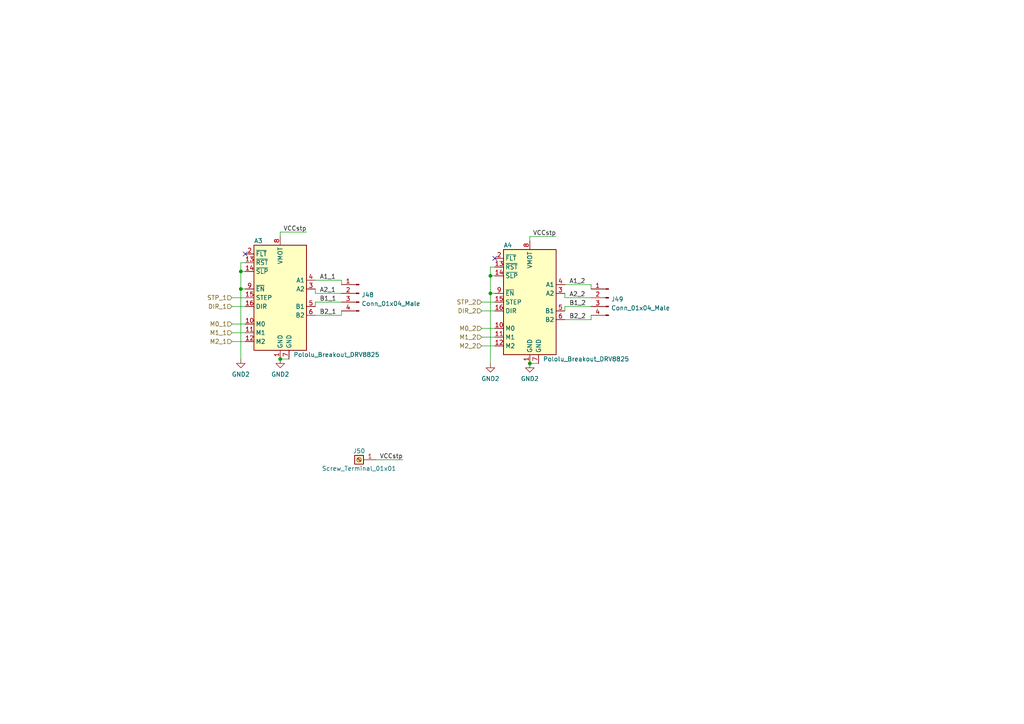
<source format=kicad_sch>
(kicad_sch (version 20211123) (generator eeschema)
  (paper "A4")
  (lib_symbols
    (symbol "Connector:Conn_01x04_Male" (pin_names (offset 1.016) hide)
      (property "Reference" "J" (at 0 5.08 0))
      (property "Value" "Conn_01x04_Male" (at 0 -7.62 0))
      (symbol "Conn_01x04_Male_1_1"
        (polyline (pts (xy 1.27 -5.08) (xy 0.8636 -5.08)) (stroke (width 0.1524)))
        (polyline (pts (xy 1.27 -2.54) (xy 0.8636 -2.54)) (stroke (width 0.1524)))
        (polyline (pts (xy 1.27 0) (xy 0.8636 0)) (stroke (width 0.1524)))
        (polyline (pts (xy 1.27 2.54) (xy 0.8636 2.54)) (stroke (width 0.1524)))
        (rectangle (start 0.8636 -4.953) (end 0 -5.207) (stroke (width 0.1524)) (fill (type outline)))
        (rectangle (start 0.8636 -2.413) (end 0 -2.667) (stroke (width 0.1524)) (fill (type outline)))
        (rectangle (start 0.8636 0.127) (end 0 -0.127) (stroke (width 0.1524)) (fill (type outline)))
        (rectangle (start 0.8636 2.667) (end 0 2.413) (stroke (width 0.1524)) (fill (type outline)))
        (pin passive line (at 5.08 2.54 180) (length 3.81) (name "Pin_1") (number "1"))
        (pin passive line (at 5.08 0 180) (length 3.81) (name "Pin_2") (number "2"))
        (pin passive line (at 5.08 -2.54 180) (length 3.81) (name "Pin_3") (number "3"))
        (pin passive line (at 5.08 -5.08 180) (length 3.81) (name "Pin_4") (number "4"))
      )
    )
    (symbol "Connector:Screw_Terminal_01x01" (pin_names (offset 1.016) hide)
      (property "Reference" "J" (at 0 2.54 0))
      (property "Value" "Screw_Terminal_01x01" (at 0 -2.54 0))
      (symbol "Screw_Terminal_01x01_1_1"
        (rectangle (start -1.27 1.27) (end 1.27 -1.27) (stroke (width 0.254)) (fill (type background)))
        (polyline (pts (xy -0.5334 0.3302) (xy 0.3302 -0.508)) (stroke (width 0.1524)))
        (polyline (pts (xy -0.3556 0.508) (xy 0.508 -0.3302)) (stroke (width 0.1524)))
        (circle (center 0 0) (radius 0.635) (stroke (width 0.1524)))
        (pin passive line (at -5.08 0 0) (length 3.81) (name "Pin_1") (number "1"))
      )
    )
    (symbol "Driver_Motor:Pololu_Breakout_DRV8825"
      (property "Reference" "A" (at -2.54 16.51 0))
      (property "Value" "Pololu_Breakout_DRV8825" (at -2.54 13.97 0))
      (symbol "Pololu_Breakout_DRV8825_0_1"
        (rectangle (start 7.62 -17.78) (end -7.62 12.7) (stroke (width 0.254)) (fill (type background)))
      )
      (symbol "Pololu_Breakout_DRV8825_1_1"
        (pin power_in line (at 0 -20.32 90) (length 2.54) (name "GND") (number "1"))
        (pin input line (at -10.16 -10.16 0) (length 2.54) (name "M0") (number "10"))
        (pin input line (at -10.16 -12.7 0) (length 2.54) (name "M1") (number "11"))
        (pin input line (at -10.16 -15.24 0) (length 2.54) (name "M2") (number "12"))
        (pin input line (at -10.16 7.62 0) (length 2.54) (name "~{RST}") (number "13"))
        (pin input line (at -10.16 5.08 0) (length 2.54) (name "~{SLP}") (number "14"))
        (pin input line (at -10.16 -2.54 0) (length 2.54) (name "STEP") (number "15"))
        (pin input line (at -10.16 -5.08 0) (length 2.54) (name "DIR") (number "16"))
        (pin output line (at -10.16 10.16 0) (length 2.54) (name "~{FLT}") (number "2"))
        (pin output line (at 10.16 0 180) (length 2.54) (name "A2") (number "3"))
        (pin output line (at 10.16 2.54 180) (length 2.54) (name "A1") (number "4"))
        (pin output line (at 10.16 -5.08 180) (length 2.54) (name "B1") (number "5"))
        (pin output line (at 10.16 -7.62 180) (length 2.54) (name "B2") (number "6"))
        (pin power_in line (at 2.54 -20.32 90) (length 2.54) (name "GND") (number "7"))
        (pin power_in line (at 0 15.24 270) (length 2.54) (name "VMOT") (number "8"))
        (pin input line (at -10.16 0 0) (length 2.54) (name "~{EN}") (number "9"))
      )
    )
    (symbol "power:GND2" (power) (pin_names (offset 0))
      (property "Value" "GND2" (at 0 -3.81 0))
      (symbol "GND2_0_1"
        (polyline (pts (xy 0 0) (xy 0 -1.27) (xy 1.27 -1.27) (xy 0 -2.54) (xy -1.27 -1.27) (xy 0 -1.27)))
      )
      (symbol "GND2_1_1"
        (pin power_in line (at 0 0 270) (length 0) hide (name "GND2") (number "1"))
      )
    )
  )
  (junction (at 142.24 85.09))
  (junction (at 142.24 80.01))
  (junction (at 69.85 78.74))
  (junction (at 81.28 104.14))
  (junction (at 69.85 83.82))
  (junction (at 153.67 105.41))
  (no_connect (at 143.51 74.93))
  (no_connect (at 71.12 73.66))
  (wire (pts (xy 69.85 76.2) (xy 71.12 76.2)))
  (wire (pts (xy 142.24 105.41) (xy 142.24 85.09)))
  (wire (pts (xy 139.7 87.63) (xy 143.51 87.63)))
  (wire (pts (xy 139.7 97.79) (xy 143.51 97.79)))
  (wire (pts (xy 153.67 105.41) (xy 156.21 105.41)))
  (wire (pts (xy 67.31 99.06) (xy 71.12 99.06)))
  (wire (pts (xy 171.45 92.71) (xy 171.45 91.44)))
  (wire (pts (xy 163.83 82.55) (xy 171.45 82.55)))
  (wire (pts (xy 171.45 88.9) (xy 163.83 88.9)))
  (wire (pts (xy 67.31 86.36) (xy 71.12 86.36)))
  (wire (pts (xy 109.22 133.35) (xy 116.84 133.35)))
  (wire (pts (xy 171.45 86.36) (xy 163.83 86.36)))
  (wire (pts (xy 67.31 96.52) (xy 71.12 96.52)))
  (wire (pts (xy 69.85 104.14) (xy 69.85 83.82)))
  (wire (pts (xy 67.31 88.9) (xy 71.12 88.9)))
  (wire (pts (xy 142.24 80.01) (xy 143.51 80.01)))
  (wire (pts (xy 99.06 85.09) (xy 91.44 85.09)))
  (wire (pts (xy 69.85 83.82) (xy 71.12 83.82)))
  (wire (pts (xy 139.7 100.33) (xy 143.51 100.33)))
  (wire (pts (xy 139.7 95.25) (xy 143.51 95.25)))
  (wire (pts (xy 67.31 93.98) (xy 71.12 93.98)))
  (wire (pts (xy 99.06 91.44) (xy 99.06 90.17)))
  (wire (pts (xy 88.9 67.31) (xy 81.28 67.31)))
  (wire (pts (xy 139.7 90.17) (xy 143.51 90.17)))
  (wire (pts (xy 163.83 92.71) (xy 171.45 92.71)))
  (wire (pts (xy 142.24 80.01) (xy 142.24 77.47)))
  (wire (pts (xy 91.44 91.44) (xy 99.06 91.44)))
  (wire (pts (xy 99.06 87.63) (xy 91.44 87.63)))
  (wire (pts (xy 163.83 88.9) (xy 163.83 90.17)))
  (wire (pts (xy 69.85 78.74) (xy 71.12 78.74)))
  (wire (pts (xy 142.24 85.09) (xy 142.24 80.01)))
  (wire (pts (xy 81.28 104.14) (xy 83.82 104.14)))
  (wire (pts (xy 142.24 77.47) (xy 143.51 77.47)))
  (wire (pts (xy 142.24 85.09) (xy 143.51 85.09)))
  (wire (pts (xy 163.83 86.36) (xy 163.83 85.09)))
  (wire (pts (xy 91.44 85.09) (xy 91.44 83.82)))
  (wire (pts (xy 81.28 67.31) (xy 81.28 68.58)))
  (wire (pts (xy 91.44 87.63) (xy 91.44 88.9)))
  (wire (pts (xy 69.85 83.82) (xy 69.85 78.74)))
  (wire (pts (xy 171.45 83.82) (xy 171.45 82.55)))
  (wire (pts (xy 91.44 81.28) (xy 99.06 81.28)))
  (wire (pts (xy 99.06 82.55) (xy 99.06 81.28)))
  (wire (pts (xy 153.67 68.58) (xy 153.67 69.85)))
  (wire (pts (xy 69.85 78.74) (xy 69.85 76.2)))
  (wire (pts (xy 161.29 68.58) (xy 153.67 68.58)))
  (label "VCCstp" (at 88.9 67.31 180))
  (label "B1_1" (at 92.71 87.63 0))
  (label "B2_2" (at 165.1 92.71 0))
  (label "VCCstp" (at 161.29 68.58 180))
  (label "B1_2" (at 165.1 88.9 0))
  (label "B2_1" (at 92.71 91.44 0))
  (label "A1_1" (at 92.71 81.28 0))
  (label "A2_1" (at 92.71 85.09 0))
  (label "VCCstp" (at 116.84 133.35 180))
  (label "A2_2" (at 165.1 86.36 0))
  (label "A1_2" (at 165.1 82.55 0))
  (hierarchical_label "M2_2" (shape input) (at 139.7 100.33 180))
  (hierarchical_label "STP_1" (shape input) (at 67.31 86.36 180))
  (hierarchical_label "M1_1" (shape input) (at 67.31 96.52 180))
  (hierarchical_label "M1_2" (shape input) (at 139.7 97.79 180))
  (hierarchical_label "DIR_2" (shape input) (at 139.7 90.17 180))
  (hierarchical_label "STP_2" (shape input) (at 139.7 87.63 180))
  (hierarchical_label "M0_1" (shape input) (at 67.31 93.98 180))
  (hierarchical_label "DIR_1" (shape input) (at 67.31 88.9 180))
  (hierarchical_label "M2_1" (shape input) (at 67.31 99.06 180))
  (hierarchical_label "M0_2" (shape input) (at 139.7 95.25 180))
  (symbol (lib_id "power:GND2") (at 81.28 104.14 0) (unit 1)
    (property "Reference" "#PWR0266" (effects hide))
    (property "Value" "GND2" (at 81.28 108.5834 0))
  )
  (symbol (lib_id "power:GND2") (at 153.67 105.41 0) (unit 1)
    (property "Reference" "#PWR0268" (effects hide))
    (property "Value" "GND2" (at 153.67 109.8534 0))
  )
  (symbol (lib_id "Connector:Conn_01x04_Male") (at 104.14 85.09 0) (mirror y) (unit 1)
    (property "Reference" "J48" (at 104.8512 85.5253 0) (effects (justify right)))
    (property "Value" "Conn_01x04_Male" (at 104.8512 88.0622 0) (effects (justify right)))
    (property "Footprint" "Connector_PinHeader_2.54mm:PinHeader_1x04_P2.54mm_Vertical" (effects hide))
  )
  (symbol (lib_id "power:GND2") (at 69.85 104.14 0) (unit 1)
    (property "Reference" "#PWR0265" (effects hide))
    (property "Value" "GND2" (at 69.85 108.5834 0))
  )
  (symbol (lib_id "Driver_Motor:Pololu_Breakout_DRV8825") (at 81.28 83.82 0) (unit 1)
    (property "Reference" "A3" (at 73.66 69.85 0) (effects (justify left)))
    (property "Value" "Pololu_Breakout_DRV8825" (at 85.09 102.87 0) (effects (justify left)))
    (property "Footprint" "Module:Pololu_Breakout-16_15.2x20.3mm" (effects hide))
    (property "Datasheet" "https://www.pololu.com/product/2982" (effects hide))
  )
  (symbol (lib_id "Driver_Motor:Pololu_Breakout_DRV8825") (at 153.67 85.09 0) (unit 1)
    (property "Reference" "A4" (at 146.05 71.12 0) (effects (justify left)))
    (property "Value" "Pololu_Breakout_DRV8825" (at 157.48 104.14 0) (effects (justify left)))
    (property "Footprint" "Module:Pololu_Breakout-16_15.2x20.3mm" (effects hide))
    (property "Datasheet" "https://www.pololu.com/product/2982" (effects hide))
  )
  (symbol (lib_id "power:GND2") (at 142.24 105.41 0) (unit 1)
    (property "Reference" "#PWR0267" (effects hide))
    (property "Value" "GND2" (at 142.24 109.8534 0))
  )
  (symbol (lib_id "Connector:Screw_Terminal_01x01") (at 104.14 133.35 180) (unit 1)
    (property "Reference" "J50" (at 104.14 130.81 0))
    (property "Value" "Screw_Terminal_01x01" (at 104.14 135.89 0))
    (property "Footprint" "MASA_footprint:ScrewTerminal_1x01_5x7mm" (effects hide))
  )
  (symbol (lib_id "Connector:Conn_01x04_Male") (at 176.53 86.36 0) (mirror y) (unit 1)
    (property "Reference" "J49" (at 177.2412 86.7953 0) (effects (justify right)))
    (property "Value" "Conn_01x04_Male" (at 177.2412 89.3322 0) (effects (justify right)))
    (property "Footprint" "Connector_PinHeader_2.54mm:PinHeader_1x04_P2.54mm_Vertical" (effects hide))
  )
)
</source>
